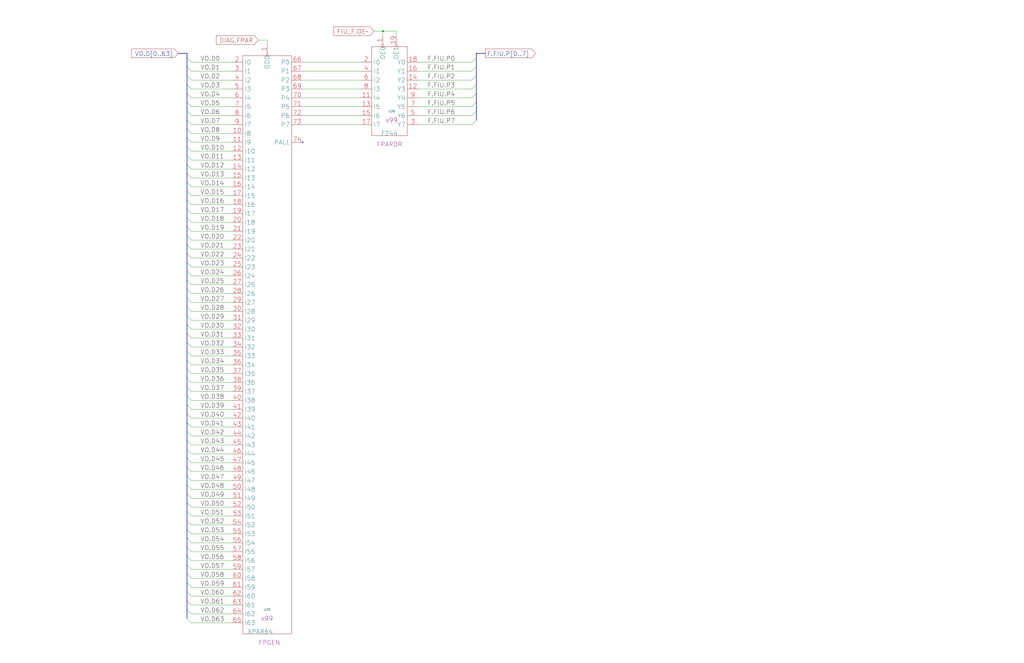
<source format=kicad_sch>
(kicad_sch (version 20230121) (generator eeschema)
  (paper "User" 584.2 378.46)
  (title_block (title "FIU BUS PARITY GENERATOR") (date "20-MAR-90") (rev "1.0") (comment 1 "FIU") (comment 2 "232-003065") (comment 3 "S400") (comment 4 "RELEASED"))
  (lib_symbols
    (symbol "r1000:F244" (pin_names (offset 1.016))
      (property "Reference" "U" (at 2.54 5.08 0))
      (property "Value" "F244" (at -3.81 -7.62 0))
      (property "Location" "___" (at -1.27 0 0))
      (property "Name" "______" (at 1.27 -15.24 0))
      (symbol "F244_1_1"
        (rectangle (start -8.89 41.91) (end 11.43 -8.89))
        (circle (center -2.54 42.545) (radius 0.635))
        (circle (center 5.08 42.545) (radius 0.635))
        (pin input line (at -2.54 48.26 270) (length 5.08) (name "OE0") (number "1"))
        (pin input line (at -15.24 12.7 0) (length 6.35) (name "I4") (number "11"))
        (pin tri_state line (at 17.78 17.78 180) (length 6.35) (name "Y3") (number "12"))
        (pin input line (at -15.24 7.62 0) (length 6.35) (name "I5") (number "13"))
        (pin tri_state line (at 17.78 22.86 180) (length 6.35) (name "Y2") (number "14"))
        (pin input line (at -15.24 2.54 0) (length 6.35) (name "I6") (number "15"))
        (pin tri_state line (at 17.78 27.94 180) (length 6.35) (name "Y1") (number "16"))
        (pin input line (at -15.24 -2.54 0) (length 6.35) (name "I7") (number "17"))
        (pin tri_state line (at 17.78 33.02 180) (length 6.35) (name "Y0") (number "18"))
        (pin input line (at 5.08 48.26 270) (length 5.08) (name "OE1") (number "19"))
        (pin input line (at -15.24 33.02 0) (length 6.35) (name "I0") (number "2"))
        (pin tri_state line (at 17.78 -2.54 180) (length 6.35) (name "Y7") (number "3"))
        (pin input line (at -15.24 27.94 0) (length 6.35) (name "I1") (number "4"))
        (pin tri_state line (at 17.78 2.54 180) (length 6.35) (name "Y6") (number "5"))
        (pin input line (at -15.24 22.86 0) (length 6.35) (name "I2") (number "6"))
        (pin tri_state line (at 17.78 7.62 180) (length 6.35) (name "Y5") (number "7"))
        (pin input line (at -15.24 17.78 0) (length 6.35) (name "I3") (number "8"))
        (pin tri_state line (at 17.78 12.7 180) (length 6.35) (name "Y4") (number "9"))
      )
    )
    (symbol "r1000:XPAR64" (pin_names (offset 1.016))
      (property "Reference" "U" (at 2.54 5.08 0))
      (property "Value" "XPAR64" (at -8.89 -7.62 0))
      (property "Location" "___" (at -1.27 0 0))
      (property "Name" "______" (at 3.81 -15.24 0))
      (symbol "XPAR64_1_1"
        (rectangle (start -11.43 321.31) (end 16.51 -8.89))
        (circle (center 2.54 321.945) (radius 0.635))
        (pin input line (at 2.54 327.66 270) (length 5.08) (name "ODD") (number "1"))
        (pin input line (at -17.78 276.86 0) (length 6.35) (name "I8") (number "10"))
        (pin input line (at -17.78 271.78 0) (length 6.35) (name "I9") (number "11"))
        (pin input line (at -17.78 266.7 0) (length 6.35) (name "I10") (number "12"))
        (pin input line (at -17.78 261.62 0) (length 6.35) (name "I11") (number "13"))
        (pin input line (at -17.78 256.54 0) (length 6.35) (name "I12") (number "14"))
        (pin input line (at -17.78 251.46 0) (length 6.35) (name "I13") (number "15"))
        (pin input line (at -17.78 246.38 0) (length 6.35) (name "I14") (number "16"))
        (pin input line (at -17.78 241.3 0) (length 6.35) (name "I15") (number "17"))
        (pin input line (at -17.78 236.22 0) (length 6.35) (name "I16") (number "18"))
        (pin input line (at -17.78 231.14 0) (length 6.35) (name "I17") (number "19"))
        (pin input line (at -17.78 317.5 0) (length 6.35) (name "I0") (number "2"))
        (pin input line (at -17.78 226.06 0) (length 6.35) (name "I18") (number "20"))
        (pin input line (at -17.78 220.98 0) (length 6.35) (name "I19") (number "21"))
        (pin input line (at -17.78 215.9 0) (length 6.35) (name "I20") (number "22"))
        (pin input line (at -17.78 210.82 0) (length 6.35) (name "I21") (number "23"))
        (pin input line (at -17.78 205.74 0) (length 6.35) (name "I22") (number "24"))
        (pin input line (at -17.78 200.66 0) (length 6.35) (name "I23") (number "25"))
        (pin input line (at -17.78 195.58 0) (length 6.35) (name "I24") (number "26"))
        (pin input line (at -17.78 190.5 0) (length 6.35) (name "I25") (number "27"))
        (pin input line (at -17.78 185.42 0) (length 6.35) (name "I26") (number "28"))
        (pin input line (at -17.78 180.34 0) (length 6.35) (name "I27") (number "29"))
        (pin input line (at -17.78 312.42 0) (length 6.35) (name "I1") (number "3"))
        (pin input line (at -17.78 175.26 0) (length 6.35) (name "I28") (number "30"))
        (pin input line (at -17.78 170.18 0) (length 6.35) (name "I29") (number "31"))
        (pin input line (at -17.78 165.1 0) (length 6.35) (name "I30") (number "32"))
        (pin input line (at -17.78 160.02 0) (length 6.35) (name "I31") (number "33"))
        (pin input line (at -17.78 154.94 0) (length 6.35) (name "I32") (number "34"))
        (pin input line (at -17.78 149.86 0) (length 6.35) (name "I33") (number "35"))
        (pin input line (at -17.78 144.78 0) (length 6.35) (name "I34") (number "36"))
        (pin input line (at -17.78 139.7 0) (length 6.35) (name "I35") (number "37"))
        (pin input line (at -17.78 134.62 0) (length 6.35) (name "I36") (number "38"))
        (pin input line (at -17.78 129.54 0) (length 6.35) (name "I37") (number "39"))
        (pin input line (at -17.78 307.34 0) (length 6.35) (name "I2") (number "4"))
        (pin input line (at -17.78 124.46 0) (length 6.35) (name "I38") (number "40"))
        (pin input line (at -17.78 119.38 0) (length 6.35) (name "I39") (number "41"))
        (pin input line (at -17.78 114.3 0) (length 6.35) (name "I40") (number "42"))
        (pin input line (at -17.78 109.22 0) (length 6.35) (name "I41") (number "43"))
        (pin input line (at -17.78 104.14 0) (length 6.35) (name "I42") (number "44"))
        (pin input line (at -17.78 99.06 0) (length 6.35) (name "I43") (number "45"))
        (pin input line (at -17.78 93.98 0) (length 6.35) (name "I44") (number "46"))
        (pin input line (at -17.78 88.9 0) (length 6.35) (name "I45") (number "47"))
        (pin input line (at -17.78 83.82 0) (length 6.35) (name "I46") (number "48"))
        (pin input line (at -17.78 78.74 0) (length 6.35) (name "I47") (number "49"))
        (pin input line (at -17.78 302.26 0) (length 6.35) (name "I3") (number "5"))
        (pin input line (at -17.78 73.66 0) (length 6.35) (name "I48") (number "50"))
        (pin input line (at -17.78 68.58 0) (length 6.35) (name "I49") (number "51"))
        (pin input line (at -17.78 63.5 0) (length 6.35) (name "I50") (number "52"))
        (pin input line (at -17.78 58.42 0) (length 6.35) (name "I51") (number "53"))
        (pin input line (at -17.78 53.34 0) (length 6.35) (name "I52") (number "54"))
        (pin input line (at -17.78 48.26 0) (length 6.35) (name "I53") (number "55"))
        (pin input line (at -17.78 43.18 0) (length 6.35) (name "I54") (number "56"))
        (pin input line (at -17.78 38.1 0) (length 6.35) (name "I55") (number "57"))
        (pin input line (at -17.78 33.02 0) (length 6.35) (name "I56") (number "58"))
        (pin input line (at -17.78 27.94 0) (length 6.35) (name "I57") (number "59"))
        (pin input line (at -17.78 297.18 0) (length 6.35) (name "I4") (number "6"))
        (pin input line (at -17.78 22.86 0) (length 6.35) (name "I58") (number "60"))
        (pin input line (at -17.78 17.78 0) (length 6.35) (name "I59") (number "61"))
        (pin input line (at -17.78 12.7 0) (length 6.35) (name "I60") (number "62"))
        (pin input line (at -17.78 7.62 0) (length 6.35) (name "I61") (number "63"))
        (pin input line (at -17.78 2.54 0) (length 6.35) (name "I62") (number "64"))
        (pin input line (at -17.78 -2.54 0) (length 6.35) (name "I63") (number "65"))
        (pin output line (at 22.86 317.5 180) (length 6.35) (name "P0") (number "66"))
        (pin output line (at 22.86 312.42 180) (length 6.35) (name "P1") (number "67"))
        (pin output line (at 22.86 307.34 180) (length 6.35) (name "P2") (number "68"))
        (pin output line (at 22.86 302.26 180) (length 6.35) (name "P3") (number "69"))
        (pin input line (at -17.78 292.1 0) (length 6.35) (name "I5") (number "7"))
        (pin output line (at 22.86 297.18 180) (length 6.35) (name "P4") (number "70"))
        (pin output line (at 22.86 292.1 180) (length 6.35) (name "P5") (number "71"))
        (pin output line (at 22.86 287.02 180) (length 6.35) (name "P6") (number "72"))
        (pin output line (at 22.86 281.94 180) (length 6.35) (name "P7") (number "73"))
        (pin output line (at 22.86 271.78 180) (length 6.35) (name "PALL") (number "74"))
        (pin input line (at -17.78 287.02 0) (length 6.35) (name "I6") (number "8"))
        (pin input line (at -17.78 281.94 0) (length 6.35) (name "I7") (number "9"))
      )
    )
  )
  (junction (at 218.44 17.78))
  (no_connect (at 172.72 81.28))
  (bus_entry (at 106.68 38.1) (size 2.54 2.54))
  (bus_entry (at 106.68 276.86) (size 2.54 2.54))
  (bus_entry (at 106.68 83.82) (size 2.54 2.54))
  (bus_entry (at 106.68 302.26) (size 2.54 2.54))
  (bus_entry (at 106.68 73.66) (size 2.54 2.54))
  (bus_entry (at 106.68 312.42) (size 2.54 2.54))
  (bus_entry (at 106.68 271.78) (size 2.54 2.54))
  (bus_entry (at 271.78 63.5) (size -2.54 2.54))
  (bus_entry (at 106.68 297.18) (size 2.54 2.54))
  (bus_entry (at 106.68 241.3) (size 2.54 2.54))
  (bus_entry (at 271.78 38.1) (size -2.54 2.54))
  (bus_entry (at 106.68 175.26) (size 2.54 2.54))
  (bus_entry (at 106.68 266.7) (size 2.54 2.54))
  (bus_entry (at 106.68 337.82) (size 2.54 2.54))
  (bus_entry (at 106.68 149.86) (size 2.54 2.54))
  (bus_entry (at 106.68 119.38) (size 2.54 2.54))
  (bus_entry (at 106.68 215.9) (size 2.54 2.54))
  (bus_entry (at 106.68 180.34) (size 2.54 2.54))
  (bus_entry (at 106.68 139.7) (size 2.54 2.54))
  (bus_entry (at 106.68 185.42) (size 2.54 2.54))
  (bus_entry (at 106.68 332.74) (size 2.54 2.54))
  (bus_entry (at 271.78 43.18) (size -2.54 2.54))
  (bus_entry (at 106.68 129.54) (size 2.54 2.54))
  (bus_entry (at 106.68 236.22) (size 2.54 2.54))
  (bus_entry (at 106.68 68.58) (size 2.54 2.54))
  (bus_entry (at 106.68 88.9) (size 2.54 2.54))
  (bus_entry (at 106.68 144.78) (size 2.54 2.54))
  (bus_entry (at 106.68 160.02) (size 2.54 2.54))
  (bus_entry (at 106.68 134.62) (size 2.54 2.54))
  (bus_entry (at 106.68 109.22) (size 2.54 2.54))
  (bus_entry (at 106.68 170.18) (size 2.54 2.54))
  (bus_entry (at 106.68 124.46) (size 2.54 2.54))
  (bus_entry (at 106.68 104.14) (size 2.54 2.54))
  (bus_entry (at 106.68 33.02) (size 2.54 2.54))
  (bus_entry (at 106.68 78.74) (size 2.54 2.54))
  (bus_entry (at 106.68 287.02) (size 2.54 2.54))
  (bus_entry (at 271.78 68.58) (size -2.54 2.54))
  (bus_entry (at 106.68 317.5) (size 2.54 2.54))
  (bus_entry (at 106.68 114.3) (size 2.54 2.54))
  (bus_entry (at 106.68 99.06) (size 2.54 2.54))
  (bus_entry (at 271.78 53.34) (size -2.54 2.54))
  (bus_entry (at 106.68 43.18) (size 2.54 2.54))
  (bus_entry (at 106.68 327.66) (size 2.54 2.54))
  (bus_entry (at 106.68 200.66) (size 2.54 2.54))
  (bus_entry (at 106.68 342.9) (size 2.54 2.54))
  (bus_entry (at 106.68 256.54) (size 2.54 2.54))
  (bus_entry (at 106.68 58.42) (size 2.54 2.54))
  (bus_entry (at 106.68 251.46) (size 2.54 2.54))
  (bus_entry (at 106.68 165.1) (size 2.54 2.54))
  (bus_entry (at 271.78 58.42) (size -2.54 2.54))
  (bus_entry (at 106.68 292.1) (size 2.54 2.54))
  (bus_entry (at 106.68 220.98) (size 2.54 2.54))
  (bus_entry (at 106.68 307.34) (size 2.54 2.54))
  (bus_entry (at 106.68 195.58) (size 2.54 2.54))
  (bus_entry (at 106.68 48.26) (size 2.54 2.54))
  (bus_entry (at 271.78 33.02) (size -2.54 2.54))
  (bus_entry (at 271.78 48.26) (size -2.54 2.54))
  (bus_entry (at 106.68 353.06) (size 2.54 2.54))
  (bus_entry (at 106.68 231.14) (size 2.54 2.54))
  (bus_entry (at 106.68 190.5) (size 2.54 2.54))
  (bus_entry (at 106.68 322.58) (size 2.54 2.54))
  (bus_entry (at 106.68 210.82) (size 2.54 2.54))
  (bus_entry (at 106.68 63.5) (size 2.54 2.54))
  (bus_entry (at 106.68 53.34) (size 2.54 2.54))
  (bus_entry (at 106.68 347.98) (size 2.54 2.54))
  (bus_entry (at 106.68 93.98) (size 2.54 2.54))
  (bus_entry (at 106.68 261.62) (size 2.54 2.54))
  (bus_entry (at 106.68 205.74) (size 2.54 2.54))
  (bus_entry (at 106.68 281.94) (size 2.54 2.54))
  (bus_entry (at 106.68 226.06) (size 2.54 2.54))
  (bus_entry (at 106.68 154.94) (size 2.54 2.54))
  (bus_entry (at 106.68 246.38) (size 2.54 2.54))
  (wire (pts (xy 109.22 309.88) (xy 132.08 309.88)))
  (bus (pts (xy 106.68 215.9) (xy 106.68 220.98)))
  (bus (pts (xy 271.78 53.34) (xy 271.78 58.42)))
  (bus (pts (xy 106.68 266.7) (xy 106.68 271.78)))
  (bus (pts (xy 106.68 43.18) (xy 106.68 48.26)))
  (bus (pts (xy 106.68 170.18) (xy 106.68 175.26)))
  (wire (pts (xy 109.22 248.92) (xy 132.08 248.92)))
  (bus (pts (xy 271.78 33.02) (xy 271.78 38.1)))
  (bus (pts (xy 106.68 160.02) (xy 106.68 165.1)))
  (bus (pts (xy 106.68 287.02) (xy 106.68 292.1)))
  (wire (pts (xy 109.22 274.32) (xy 132.08 274.32)))
  (wire (pts (xy 109.22 213.36) (xy 132.08 213.36)))
  (wire (pts (xy 109.22 233.68) (xy 132.08 233.68)))
  (wire (pts (xy 109.22 350.52) (xy 132.08 350.52)))
  (wire (pts (xy 172.72 35.56) (xy 205.74 35.56)))
  (bus (pts (xy 106.68 236.22) (xy 106.68 241.3)))
  (wire (pts (xy 109.22 264.16) (xy 132.08 264.16)))
  (wire (pts (xy 147.32 22.86) (xy 152.4 22.86)))
  (wire (pts (xy 238.76 45.72) (xy 269.24 45.72)))
  (wire (pts (xy 109.22 45.72) (xy 132.08 45.72)))
  (bus (pts (xy 106.68 185.42) (xy 106.68 190.5)))
  (bus (pts (xy 271.78 48.26) (xy 271.78 53.34)))
  (wire (pts (xy 109.22 81.28) (xy 132.08 81.28)))
  (wire (pts (xy 109.22 254) (xy 132.08 254)))
  (wire (pts (xy 109.22 60.96) (xy 132.08 60.96)))
  (wire (pts (xy 109.22 50.8) (xy 132.08 50.8)))
  (wire (pts (xy 152.4 22.86) (xy 152.4 25.4)))
  (wire (pts (xy 109.22 55.88) (xy 132.08 55.88)))
  (bus (pts (xy 106.68 119.38) (xy 106.68 124.46)))
  (bus (pts (xy 106.68 220.98) (xy 106.68 226.06)))
  (bus (pts (xy 106.68 48.26) (xy 106.68 53.34)))
  (bus (pts (xy 106.68 38.1) (xy 106.68 43.18)))
  (wire (pts (xy 172.72 71.12) (xy 205.74 71.12)))
  (bus (pts (xy 106.68 307.34) (xy 106.68 312.42)))
  (wire (pts (xy 109.22 157.48) (xy 132.08 157.48)))
  (bus (pts (xy 106.68 226.06) (xy 106.68 231.14)))
  (wire (pts (xy 109.22 335.28) (xy 132.08 335.28)))
  (wire (pts (xy 109.22 111.76) (xy 132.08 111.76)))
  (bus (pts (xy 106.68 129.54) (xy 106.68 134.62)))
  (bus (pts (xy 106.68 30.48) (xy 106.68 33.02)))
  (wire (pts (xy 218.44 17.78) (xy 213.36 17.78)))
  (wire (pts (xy 172.72 45.72) (xy 205.74 45.72)))
  (wire (pts (xy 109.22 299.72) (xy 132.08 299.72)))
  (bus (pts (xy 106.68 271.78) (xy 106.68 276.86)))
  (bus (pts (xy 106.68 175.26) (xy 106.68 180.34)))
  (wire (pts (xy 109.22 238.76) (xy 132.08 238.76)))
  (bus (pts (xy 271.78 58.42) (xy 271.78 63.5)))
  (wire (pts (xy 218.44 17.78) (xy 218.44 20.32)))
  (bus (pts (xy 271.78 30.48) (xy 276.86 30.48)))
  (wire (pts (xy 109.22 304.8) (xy 132.08 304.8)))
  (wire (pts (xy 109.22 152.4) (xy 132.08 152.4)))
  (wire (pts (xy 238.76 60.96) (xy 269.24 60.96)))
  (wire (pts (xy 109.22 294.64) (xy 132.08 294.64)))
  (wire (pts (xy 109.22 193.04) (xy 132.08 193.04)))
  (wire (pts (xy 109.22 127) (xy 132.08 127)))
  (bus (pts (xy 106.68 144.78) (xy 106.68 149.86)))
  (bus (pts (xy 106.68 322.58) (xy 106.68 327.66)))
  (wire (pts (xy 109.22 325.12) (xy 132.08 325.12)))
  (bus (pts (xy 106.68 317.5) (xy 106.68 322.58)))
  (bus (pts (xy 106.68 53.34) (xy 106.68 58.42)))
  (wire (pts (xy 109.22 96.52) (xy 132.08 96.52)))
  (wire (pts (xy 238.76 66.04) (xy 269.24 66.04)))
  (bus (pts (xy 106.68 241.3) (xy 106.68 246.38)))
  (wire (pts (xy 109.22 40.64) (xy 132.08 40.64)))
  (bus (pts (xy 106.68 251.46) (xy 106.68 256.54)))
  (wire (pts (xy 109.22 243.84) (xy 132.08 243.84)))
  (bus (pts (xy 106.68 83.82) (xy 106.68 88.9)))
  (bus (pts (xy 106.68 73.66) (xy 106.68 78.74)))
  (wire (pts (xy 238.76 50.8) (xy 269.24 50.8)))
  (wire (pts (xy 109.22 345.44) (xy 132.08 345.44)))
  (bus (pts (xy 106.68 33.02) (xy 106.68 38.1)))
  (wire (pts (xy 109.22 162.56) (xy 132.08 162.56)))
  (bus (pts (xy 106.68 190.5) (xy 106.68 195.58)))
  (bus (pts (xy 106.68 261.62) (xy 106.68 266.7)))
  (bus (pts (xy 106.68 99.06) (xy 106.68 104.14)))
  (bus (pts (xy 106.68 165.1) (xy 106.68 170.18)))
  (bus (pts (xy 106.68 276.86) (xy 106.68 281.94)))
  (wire (pts (xy 109.22 86.36) (xy 132.08 86.36)))
  (wire (pts (xy 109.22 66.04) (xy 132.08 66.04)))
  (bus (pts (xy 106.68 134.62) (xy 106.68 139.7)))
  (bus (pts (xy 106.68 63.5) (xy 106.68 68.58)))
  (wire (pts (xy 172.72 50.8) (xy 205.74 50.8)))
  (wire (pts (xy 109.22 259.08) (xy 132.08 259.08)))
  (wire (pts (xy 109.22 147.32) (xy 132.08 147.32)))
  (bus (pts (xy 106.68 154.94) (xy 106.68 160.02)))
  (bus (pts (xy 271.78 63.5) (xy 271.78 68.58)))
  (wire (pts (xy 109.22 330.2) (xy 132.08 330.2)))
  (wire (pts (xy 109.22 289.56) (xy 132.08 289.56)))
  (wire (pts (xy 109.22 172.72) (xy 132.08 172.72)))
  (bus (pts (xy 106.68 327.66) (xy 106.68 332.74)))
  (bus (pts (xy 106.68 302.26) (xy 106.68 307.34)))
  (wire (pts (xy 172.72 40.64) (xy 205.74 40.64)))
  (wire (pts (xy 109.22 187.96) (xy 132.08 187.96)))
  (bus (pts (xy 106.68 78.74) (xy 106.68 83.82)))
  (bus (pts (xy 106.68 205.74) (xy 106.68 210.82)))
  (wire (pts (xy 109.22 91.44) (xy 132.08 91.44)))
  (wire (pts (xy 109.22 142.24) (xy 132.08 142.24)))
  (bus (pts (xy 106.68 200.66) (xy 106.68 205.74)))
  (wire (pts (xy 109.22 177.8) (xy 132.08 177.8)))
  (bus (pts (xy 106.68 124.46) (xy 106.68 129.54)))
  (bus (pts (xy 106.68 58.42) (xy 106.68 63.5)))
  (bus (pts (xy 106.68 347.98) (xy 106.68 353.06)))
  (bus (pts (xy 106.68 180.34) (xy 106.68 185.42)))
  (wire (pts (xy 109.22 284.48) (xy 132.08 284.48)))
  (bus (pts (xy 106.68 139.7) (xy 106.68 144.78)))
  (wire (pts (xy 109.22 223.52) (xy 132.08 223.52)))
  (bus (pts (xy 271.78 43.18) (xy 271.78 48.26)))
  (wire (pts (xy 238.76 40.64) (xy 269.24 40.64)))
  (bus (pts (xy 106.68 93.98) (xy 106.68 99.06)))
  (bus (pts (xy 106.68 256.54) (xy 106.68 261.62)))
  (wire (pts (xy 109.22 106.68) (xy 132.08 106.68)))
  (wire (pts (xy 109.22 320.04) (xy 132.08 320.04)))
  (wire (pts (xy 109.22 132.08) (xy 132.08 132.08)))
  (wire (pts (xy 109.22 76.2) (xy 132.08 76.2)))
  (bus (pts (xy 106.68 195.58) (xy 106.68 200.66)))
  (wire (pts (xy 109.22 279.4) (xy 132.08 279.4)))
  (wire (pts (xy 109.22 167.64) (xy 132.08 167.64)))
  (bus (pts (xy 106.68 210.82) (xy 106.68 215.9)))
  (wire (pts (xy 109.22 203.2) (xy 132.08 203.2)))
  (bus (pts (xy 106.68 332.74) (xy 106.68 337.82)))
  (wire (pts (xy 109.22 314.96) (xy 132.08 314.96)))
  (wire (pts (xy 109.22 218.44) (xy 132.08 218.44)))
  (bus (pts (xy 106.68 68.58) (xy 106.68 73.66)))
  (bus (pts (xy 106.68 104.14) (xy 106.68 109.22)))
  (wire (pts (xy 172.72 55.88) (xy 205.74 55.88)))
  (wire (pts (xy 109.22 71.12) (xy 132.08 71.12)))
  (wire (pts (xy 109.22 182.88) (xy 132.08 182.88)))
  (bus (pts (xy 271.78 38.1) (xy 271.78 43.18)))
  (bus (pts (xy 106.68 114.3) (xy 106.68 119.38)))
  (wire (pts (xy 109.22 269.24) (xy 132.08 269.24)))
  (wire (pts (xy 172.72 60.96) (xy 205.74 60.96)))
  (wire (pts (xy 238.76 35.56) (xy 269.24 35.56)))
  (wire (pts (xy 109.22 121.92) (xy 132.08 121.92)))
  (bus (pts (xy 101.6 30.48) (xy 106.68 30.48)))
  (bus (pts (xy 106.68 292.1) (xy 106.68 297.18)))
  (wire (pts (xy 109.22 101.6) (xy 132.08 101.6)))
  (bus (pts (xy 106.68 342.9) (xy 106.68 347.98)))
  (wire (pts (xy 109.22 198.12) (xy 132.08 198.12)))
  (bus (pts (xy 106.68 246.38) (xy 106.68 251.46)))
  (bus (pts (xy 106.68 88.9) (xy 106.68 93.98)))
  (wire (pts (xy 109.22 228.6) (xy 132.08 228.6)))
  (wire (pts (xy 109.22 340.36) (xy 132.08 340.36)))
  (wire (pts (xy 238.76 71.12) (xy 269.24 71.12)))
  (bus (pts (xy 106.68 281.94) (xy 106.68 287.02)))
  (bus (pts (xy 106.68 149.86) (xy 106.68 154.94)))
  (wire (pts (xy 109.22 208.28) (xy 132.08 208.28)))
  (wire (pts (xy 109.22 355.6) (xy 132.08 355.6)))
  (wire (pts (xy 109.22 137.16) (xy 132.08 137.16)))
  (bus (pts (xy 106.68 337.82) (xy 106.68 342.9)))
  (wire (pts (xy 238.76 55.88) (xy 269.24 55.88)))
  (bus (pts (xy 106.68 231.14) (xy 106.68 236.22)))
  (wire (pts (xy 172.72 66.04) (xy 205.74 66.04)))
  (wire (pts (xy 226.06 20.32) (xy 226.06 17.78)))
  (bus (pts (xy 106.68 297.18) (xy 106.68 302.26)))
  (wire (pts (xy 109.22 116.84) (xy 132.08 116.84)))
  (bus (pts (xy 106.68 109.22) (xy 106.68 114.3)))
  (bus (pts (xy 106.68 312.42) (xy 106.68 317.5)))
  (bus (pts (xy 271.78 30.48) (xy 271.78 33.02)))
  (wire (pts (xy 226.06 17.78) (xy 218.44 17.78)))
  (wire (pts (xy 109.22 35.56) (xy 132.08 35.56)))
  (label "VO.D35" (at 114.3 213.36 0) (effects (font (size 2.54 2.54))))
  (label "VO.D12" (at 114.3 96.52 0) (effects (font (size 2.54 2.54))))
  (label "VO.D16" (at 114.3 116.84 0) (effects (font (size 2.54 2.54))))
  (label "VO.D50" (at 114.3 289.56 0) (effects (font (size 2.54 2.54))))
  (label "VO.D10" (at 114.3 86.36 0) (effects (font (size 2.54 2.54))))
  (label "VO.D29" (at 114.3 182.88 0) (effects (font (size 2.54 2.54))))
  (label "VO.D44" (at 114.3 259.08 0) (effects (font (size 2.54 2.54))))
  (label "F.FIU.P1" (at 243.84 40.64 0) (effects (font (size 2.54 2.54))))
  (label "VO.D22" (at 114.3 147.32 0) (effects (font (size 2.54 2.54))))
  (label "VO.D47" (at 114.3 274.32 0) (effects (font (size 2.54 2.54))))
  (label "VO.D2" (at 114.3 45.72 0) (effects (font (size 2.54 2.54))))
  (label "F.FIU.P2" (at 243.84 45.72 0) (effects (font (size 2.54 2.54))))
  (label "VO.D23" (at 114.3 152.4 0) (effects (font (size 2.54 2.54))))
  (label "VO.D53" (at 114.3 304.8 0) (effects (font (size 2.54 2.54))))
  (label "F.FIU.P5" (at 243.84 60.96 0) (effects (font (size 2.54 2.54))))
  (label "VO.D39" (at 114.3 233.68 0) (effects (font (size 2.54 2.54))))
  (label "VO.D15" (at 114.3 111.76 0) (effects (font (size 2.54 2.54))))
  (label "VO.D31" (at 114.3 193.04 0) (effects (font (size 2.54 2.54))))
  (label "VO.D41" (at 114.3 243.84 0) (effects (font (size 2.54 2.54))))
  (label "VO.D43" (at 114.3 254 0) (effects (font (size 2.54 2.54))))
  (label "VO.D6" (at 114.3 66.04 0) (effects (font (size 2.54 2.54))))
  (label "VO.D46" (at 114.3 269.24 0) (effects (font (size 2.54 2.54))))
  (label "VO.D38" (at 114.3 228.6 0) (effects (font (size 2.54 2.54))))
  (label "VO.D57" (at 114.3 325.12 0) (effects (font (size 2.54 2.54))))
  (label "VO.D26" (at 114.3 167.64 0) (effects (font (size 2.54 2.54))))
  (label "VO.D4" (at 114.3 55.88 0) (effects (font (size 2.54 2.54))))
  (label "VO.D40" (at 114.3 238.76 0) (effects (font (size 2.54 2.54))))
  (label "F.FIU.P0" (at 243.84 35.56 0) (effects (font (size 2.54 2.54))))
  (label "VO.D1" (at 114.3 40.64 0) (effects (font (size 2.54 2.54))))
  (label "VO.D37" (at 114.3 223.52 0) (effects (font (size 2.54 2.54))))
  (label "VO.D48" (at 114.3 279.4 0) (effects (font (size 2.54 2.54))))
  (label "VO.D13" (at 114.3 101.6 0) (effects (font (size 2.54 2.54))))
  (label "VO.D55" (at 114.3 314.96 0) (effects (font (size 2.54 2.54))))
  (label "VO.D42" (at 114.3 248.92 0) (effects (font (size 2.54 2.54))))
  (label "VO.D9" (at 114.3 81.28 0) (effects (font (size 2.54 2.54))))
  (label "VO.D20" (at 114.3 137.16 0) (effects (font (size 2.54 2.54))))
  (label "VO.D5" (at 114.3 60.96 0) (effects (font (size 2.54 2.54))))
  (label "VO.D33" (at 114.3 203.2 0) (effects (font (size 2.54 2.54))))
  (label "VO.D32" (at 114.3 198.12 0) (effects (font (size 2.54 2.54))))
  (label "VO.D30" (at 114.3 187.96 0) (effects (font (size 2.54 2.54))))
  (label "VO.D8" (at 114.3 76.2 0) (effects (font (size 2.54 2.54))))
  (label "VO.D58" (at 114.3 330.2 0) (effects (font (size 2.54 2.54))))
  (label "VO.D24" (at 114.3 157.48 0) (effects (font (size 2.54 2.54))))
  (label "VO.D28" (at 114.3 177.8 0) (effects (font (size 2.54 2.54))))
  (label "VO.D56" (at 114.3 320.04 0) (effects (font (size 2.54 2.54))))
  (label "VO.D0" (at 114.3 35.56 0) (effects (font (size 2.54 2.54))))
  (label "VO.D52" (at 114.3 299.72 0) (effects (font (size 2.54 2.54))))
  (label "VO.D19" (at 114.3 132.08 0) (effects (font (size 2.54 2.54))))
  (label "VO.D21" (at 114.3 142.24 0) (effects (font (size 2.54 2.54))))
  (label "VO.D60" (at 114.3 340.36 0) (effects (font (size 2.54 2.54))))
  (label "VO.D62" (at 114.3 350.52 0) (effects (font (size 2.54 2.54))))
  (label "VO.D61" (at 114.3 345.44 0) (effects (font (size 2.54 2.54))))
  (label "VO.D14" (at 114.3 106.68 0) (effects (font (size 2.54 2.54))))
  (label "VO.D36" (at 114.3 218.44 0) (effects (font (size 2.54 2.54))))
  (label "F.FIU.P4" (at 243.84 55.88 0) (effects (font (size 2.54 2.54))))
  (label "VO.D25" (at 114.3 162.56 0) (effects (font (size 2.54 2.54))))
  (label "VO.D11" (at 114.3 91.44 0) (effects (font (size 2.54 2.54))))
  (label "VO.D34" (at 114.3 208.28 0) (effects (font (size 2.54 2.54))))
  (label "VO.D3" (at 114.3 50.8 0) (effects (font (size 2.54 2.54))))
  (label "VO.D63" (at 114.3 355.6 0) (effects (font (size 2.54 2.54))))
  (label "VO.D45" (at 114.3 264.16 0) (effects (font (size 2.54 2.54))))
  (label "VO.D49" (at 114.3 284.48 0) (effects (font (size 2.54 2.54))))
  (label "VO.D18" (at 114.3 127 0) (effects (font (size 2.54 2.54))))
  (label "F.FIU.P6" (at 243.84 66.04 0) (effects (font (size 2.54 2.54))))
  (label "F.FIU.P3" (at 243.84 50.8 0) (effects (font (size 2.54 2.54))))
  (label "VO.D7" (at 114.3 71.12 0) (effects (font (size 2.54 2.54))))
  (label "VO.D51" (at 114.3 294.64 0) (effects (font (size 2.54 2.54))))
  (label "VO.D17" (at 114.3 121.92 0) (effects (font (size 2.54 2.54))))
  (label "VO.D54" (at 114.3 309.88 0) (effects (font (size 2.54 2.54))))
  (label "F.FIU.P7" (at 243.84 71.12 0) (effects (font (size 2.54 2.54))))
  (label "VO.D27" (at 114.3 172.72 0) (effects (font (size 2.54 2.54))))
  (label "VO.D59" (at 114.3 335.28 0) (effects (font (size 2.54 2.54))))
  (global_label "VO.D[0..63]" (shape input) (at 101.6 30.48 180) (effects (font (size 2.54 2.54))) (property "Intersheetrefs" "${INTERSHEET_REFS}" (at 75.1235 30.3213 0) (effects (font (size 1.905 1.905)) (justify right))))
  (global_label "FIU_F.OE~" (shape input) (at 213.36 17.78 180) (effects (font (size 2.54 2.54))) (property "Intersheetrefs" "${INTERSHEET_REFS}" (at 190.3911 17.6213 0) (effects (font (size 1.905 1.905)) (justify right))))
  (global_label "DIAG.FPAR" (shape input) (at 147.32 22.86 180) (effects (font (size 2.54 2.54))) (property "Intersheetrefs" "${INTERSHEET_REFS}" (at 123.3835 22.7013 0) (effects (font (size 1.905 1.905)) (justify right))))
  (global_label "F.FIU.P[0..7]" (shape output) (at 276.86 30.48 0) (effects (font (size 2.54 2.54))) (property "Intersheetrefs" "${INTERSHEET_REFS}" (at 306.1802 30.48 0) (effects (font (size 1.905 1.905)) (justify left))))
  (symbol (lib_id "r1000:F244") (at 220.98 68.58 0) (unit 1)
    (property "Reference" "U26" (at 223.52 63.5 0))
    (property "Value" "F244" (at 217.17 76.2 0) (effects (font (size 2.54 2.54)) (justify left)))
    (property "Location" "x99" (at 219.71 68.58 0) (effects (font (size 2.54 2.54)) (justify left)))
    (property "Name" "FPARDR" (at 222.25 83.82 0) (effects (font (size 2.54 2.54)) (justify bottom)))
  )
  (symbol (lib_id "r1000:XPAR64") (at 149.86 353.06 0) (unit 1)
    (property "Reference" "U25" (at 152.4 347.98 0))
    (property "Value" "XPAR64" (at 140.97 360.68 0) (effects (font (size 2.54 2.54)) (justify left)))
    (property "Location" "x99" (at 148.59 353.06 0) (effects (font (size 2.54 2.54)) (justify left)))
    (property "Name" "FPGEN" (at 153.67 368.3 0) (effects (font (size 2.54 2.54)) (justify bottom)))
  )
)
</source>
